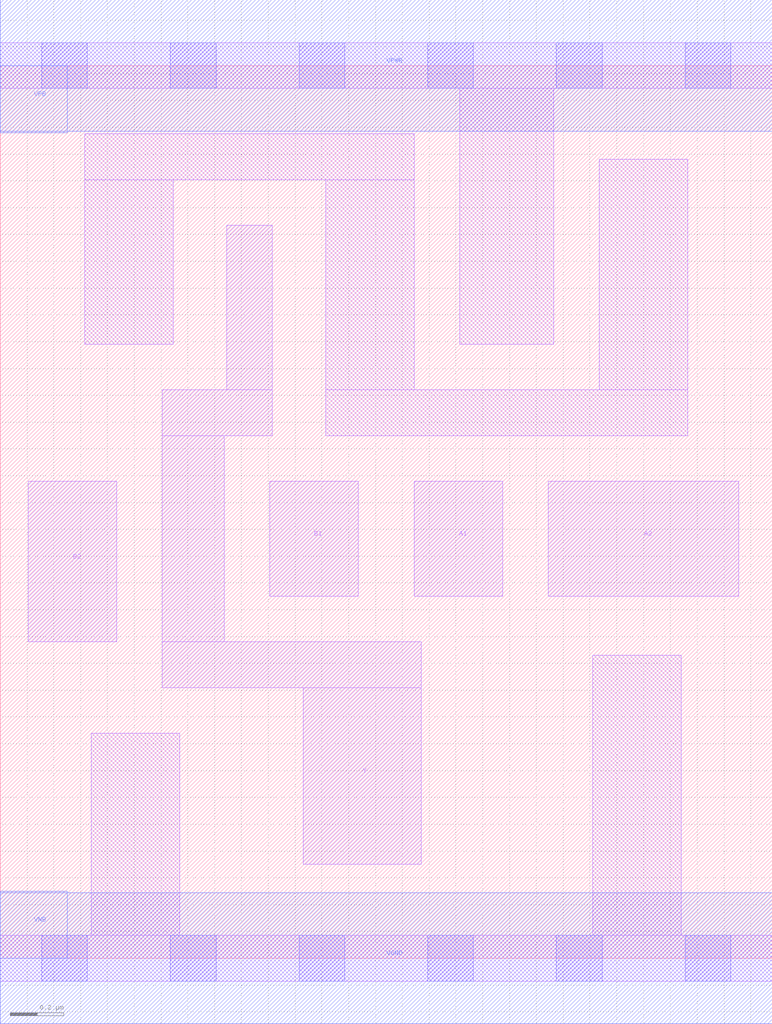
<source format=lef>
# Copyright 2020 The SkyWater PDK Authors
#
# Licensed under the Apache License, Version 2.0 (the "License");
# you may not use this file except in compliance with the License.
# You may obtain a copy of the License at
#
#     https://www.apache.org/licenses/LICENSE-2.0
#
# Unless required by applicable law or agreed to in writing, software
# distributed under the License is distributed on an "AS IS" BASIS,
# WITHOUT WARRANTIES OR CONDITIONS OF ANY KIND, either express or implied.
# See the License for the specific language governing permissions and
# limitations under the License.
#
# SPDX-License-Identifier: Apache-2.0

VERSION 5.5 ;
NAMESCASESENSITIVE ON ;
BUSBITCHARS "[]" ;
DIVIDERCHAR "/" ;
MACRO sky130_fd_sc_hs__a22oi_1
  CLASS CORE ;
  SOURCE USER ;
  ORIGIN  0.000000  0.000000 ;
  SIZE  2.880000 BY  3.330000 ;
  SYMMETRY X Y ;
  SITE unit ;
  PIN A1
    ANTENNAGATEAREA  0.279000 ;
    DIRECTION INPUT ;
    USE SIGNAL ;
    PORT
      LAYER li1 ;
        RECT 1.545000 1.350000 1.875000 1.780000 ;
    END
  END A1
  PIN A2
    ANTENNAGATEAREA  0.279000 ;
    DIRECTION INPUT ;
    USE SIGNAL ;
    PORT
      LAYER li1 ;
        RECT 2.045000 1.350000 2.755000 1.780000 ;
    END
  END A2
  PIN B1
    ANTENNAGATEAREA  0.279000 ;
    DIRECTION INPUT ;
    USE SIGNAL ;
    PORT
      LAYER li1 ;
        RECT 1.005000 1.350000 1.335000 1.780000 ;
    END
  END B1
  PIN B2
    ANTENNAGATEAREA  0.279000 ;
    DIRECTION INPUT ;
    USE SIGNAL ;
    PORT
      LAYER li1 ;
        RECT 0.105000 1.180000 0.435000 1.780000 ;
    END
  END B2
  PIN Y
    ANTENNADIFFAREA  0.624600 ;
    DIRECTION OUTPUT ;
    USE SIGNAL ;
    PORT
      LAYER li1 ;
        RECT 0.605000 1.010000 1.570000 1.180000 ;
        RECT 0.605000 1.180000 0.835000 1.950000 ;
        RECT 0.605000 1.950000 1.015000 2.120000 ;
        RECT 0.845000 2.120000 1.015000 2.735000 ;
        RECT 1.130000 0.350000 1.570000 1.010000 ;
    END
  END Y
  PIN VGND
    DIRECTION INOUT ;
    USE GROUND ;
    PORT
      LAYER met1 ;
        RECT 0.000000 -0.245000 2.880000 0.245000 ;
    END
  END VGND
  PIN VNB
    DIRECTION INOUT ;
    USE GROUND ;
    PORT
      LAYER met1 ;
        RECT 0.000000 0.000000 0.250000 0.250000 ;
    END
  END VNB
  PIN VPB
    DIRECTION INOUT ;
    USE POWER ;
    PORT
      LAYER met1 ;
        RECT 0.000000 3.080000 0.250000 3.330000 ;
    END
  END VPB
  PIN VPWR
    DIRECTION INOUT ;
    USE POWER ;
    PORT
      LAYER met1 ;
        RECT 0.000000 3.085000 2.880000 3.575000 ;
    END
  END VPWR
  OBS
    LAYER li1 ;
      RECT 0.000000 -0.085000 2.880000 0.085000 ;
      RECT 0.000000  3.245000 2.880000 3.415000 ;
      RECT 0.315000  2.290000 0.645000 2.905000 ;
      RECT 0.315000  2.905000 1.545000 3.075000 ;
      RECT 0.340000  0.085000 0.670000 0.840000 ;
      RECT 1.215000  1.950000 2.565000 2.120000 ;
      RECT 1.215000  2.120000 1.545000 2.905000 ;
      RECT 1.715000  2.290000 2.065000 3.245000 ;
      RECT 2.210000  0.085000 2.540000 1.130000 ;
      RECT 2.235000  2.120000 2.565000 2.980000 ;
    LAYER mcon ;
      RECT 0.155000 -0.085000 0.325000 0.085000 ;
      RECT 0.155000  3.245000 0.325000 3.415000 ;
      RECT 0.635000 -0.085000 0.805000 0.085000 ;
      RECT 0.635000  3.245000 0.805000 3.415000 ;
      RECT 1.115000 -0.085000 1.285000 0.085000 ;
      RECT 1.115000  3.245000 1.285000 3.415000 ;
      RECT 1.595000 -0.085000 1.765000 0.085000 ;
      RECT 1.595000  3.245000 1.765000 3.415000 ;
      RECT 2.075000 -0.085000 2.245000 0.085000 ;
      RECT 2.075000  3.245000 2.245000 3.415000 ;
      RECT 2.555000 -0.085000 2.725000 0.085000 ;
      RECT 2.555000  3.245000 2.725000 3.415000 ;
  END
END sky130_fd_sc_hs__a22oi_1
END LIBRARY

</source>
